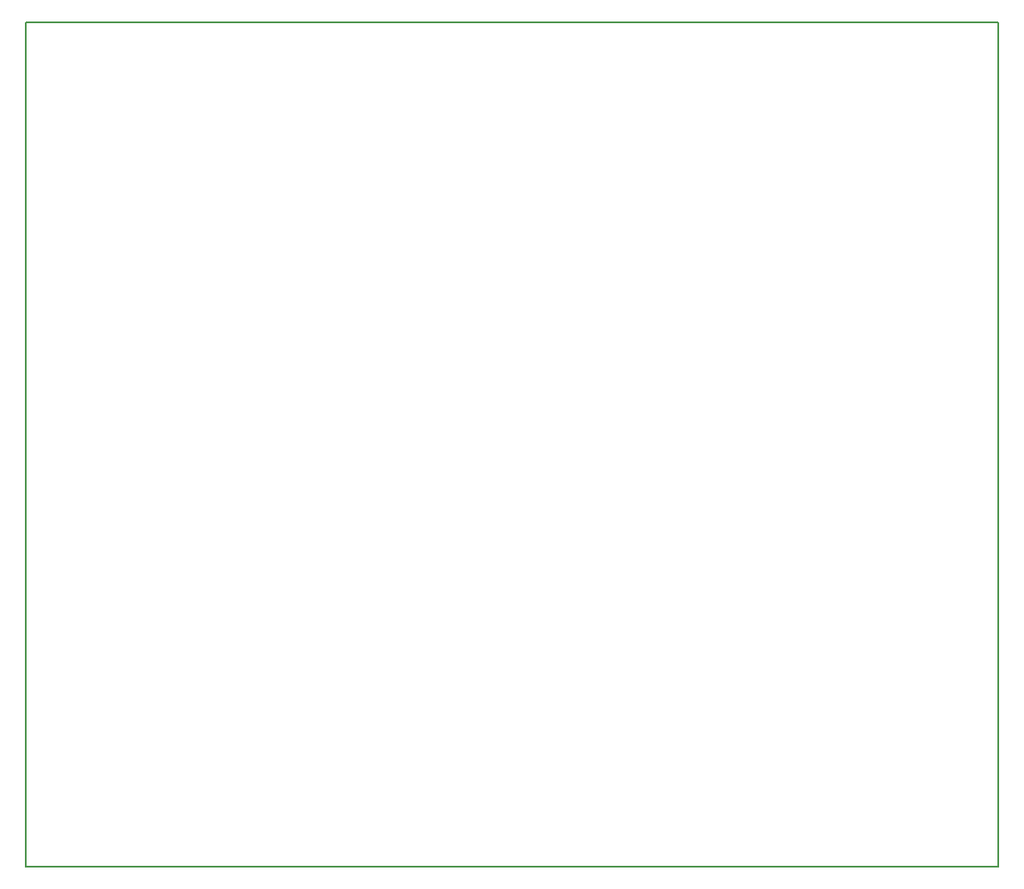
<source format=gbr>
%TF.GenerationSoftware,KiCad,Pcbnew,(6.0.0)*%
%TF.CreationDate,2022-06-01T15:47:08+01:00*%
%TF.ProjectId,CM4Carrier,434d3443-6172-4726-9965-722e6b696361,Rev1-Untested*%
%TF.SameCoordinates,Original*%
%TF.FileFunction,Profile,NP*%
%FSLAX46Y46*%
G04 Gerber Fmt 4.6, Leading zero omitted, Abs format (unit mm)*
G04 Created by KiCad (PCBNEW (6.0.0)) date 2022-06-01 15:47:08*
%MOMM*%
%LPD*%
G01*
G04 APERTURE LIST*
%TA.AperFunction,Profile*%
%ADD10C,0.200000*%
%TD*%
G04 APERTURE END LIST*
D10*
X172720000Y-139700000D02*
X107950000Y-139655000D01*
X172720000Y-139700000D02*
X203850000Y-139700000D01*
X203850000Y-56470000D02*
X203850000Y-139700000D01*
X107950000Y-56425000D02*
X203850000Y-56470000D01*
X107950000Y-139655000D02*
X107950000Y-56425000D01*
M02*

</source>
